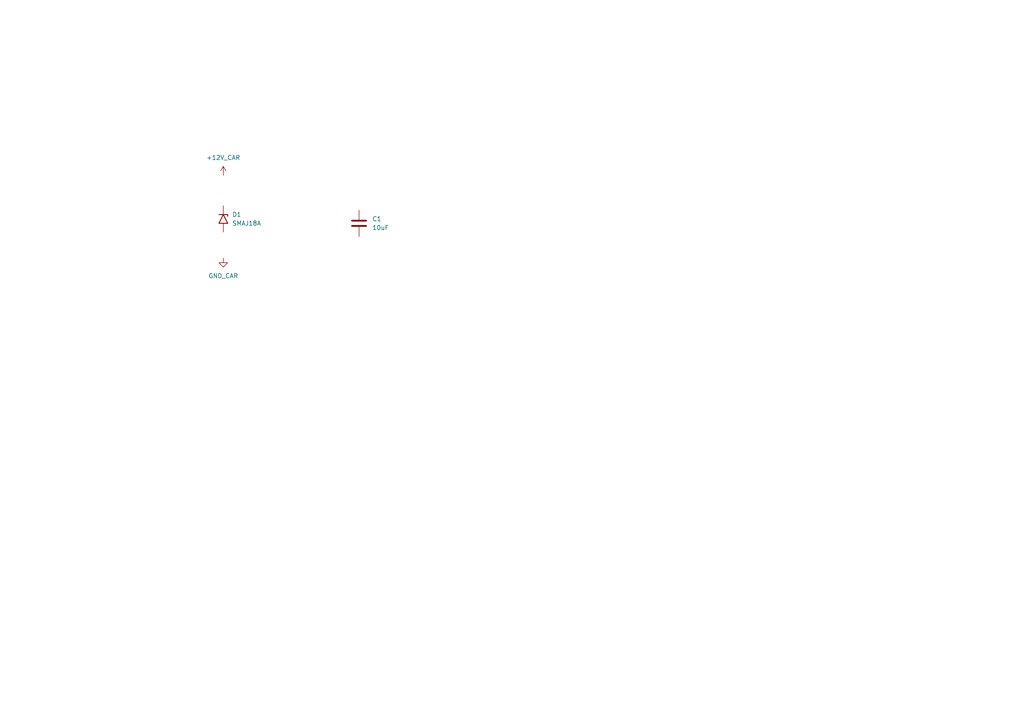
<source format=kicad_sch>
(kicad_sch (version 20231120) (generator "eeschema") (generator_version "8.0")
  (paper "A4")
  (lib_symbols
    (symbol "Device:C" (pin_numbers hide) (pin_names (offset 0.254))
      (property "Reference" "C" (at 0.635 2.54 0))
      (property "Value" "C" (at 0.635 -2.54 0))
      (symbol "C_0_1"
        (polyline (pts (xy -2.032 -0.762) (xy 2.032 -0.762)) (stroke (width 0.508)))
        (polyline (pts (xy -2.032 0.762) (xy 2.032 0.762)) (stroke (width 0.508)))
      )
      (symbol "C_1_1"
        (pin passive line (at 0 3.81 270) (length 2.794) (name "~") (number "1"))
        (pin passive line (at 0 -3.81 90) (length 2.794) (name "~") (number "2"))
      )
    )
    (symbol "Diode:SMAJ18A" (pin_numbers hide) (pin_names (offset 1.016) hide)
      (property "Reference" "D" (at 0 2.54 0))
      (property "Value" "SMAJ18A" (at 0 -2.54 0))
      (symbol "SMAJ18A_0_1"
        (polyline (pts (xy -0.762 1.27) (xy -1.27 1.27) (xy -1.27 -1.27)) (stroke (width 0.254)))
        (polyline (pts (xy 1.27 1.27) (xy 1.27 -1.27) (xy -1.27 0) (xy 1.27 1.27)) (stroke (width 0.254)))
      )
      (symbol "SMAJ18A_1_1"
        (pin passive line (at -3.81 0 0) (length 2.54) (name "A1") (number "1"))
        (pin passive line (at 3.81 0 180) (length 2.54) (name "A2") (number "2"))
      )
    )
    (symbol "power:+12V" (power) (pin_numbers hide) (pin_names (offset 0) hide)
      (property "Value" "+12V" (at 0 3.556 0))
      (symbol "+12V_0_1"
        (polyline (pts (xy -0.762 1.27) (xy 0 2.54)))
        (polyline (pts (xy 0 0) (xy 0 2.54)))
        (polyline (pts (xy 0 2.54) (xy 0.762 1.27)))
      )
      (symbol "+12V_1_1"
        (pin power_in line (at 0 0 90) (length 0) (name "~") (number "1"))
      )
    )
    (symbol "power:GND" (power) (pin_numbers hide) (pin_names (offset 0) hide)
      (property "Value" "GND" (at 0 -3.81 0))
      (symbol "GND_0_1"
        (polyline (pts (xy 0 0) (xy 0 -1.27) (xy 1.27 -1.27) (xy 0 -2.54) (xy -1.27 -1.27) (xy 0 -1.27)))
      )
      (symbol "GND_1_1"
        (pin power_in line (at 0 0 270) (length 0) (name "~") (number "1"))
      )
    )
  )
  (symbol (lib_id "power:GND") (at 64.77 74.93 0) (unit 1)
    (property "Reference" "#PWR02" (effects (hide yes)))
    (property "Value" "GND_CAR" (at 64.77 80.01 0))
    (property "Description" "Power symbol creates a global label with name \"GND\" , ground" (effects (hide yes)))
  )
  (symbol (lib_id "Device:C") (at 104.14 64.77 0) (unit 1)
    (property "Reference" "C1" (at 107.95 63.4999 0) (effects (justify left)))
    (property "Value" "10uF" (at 107.95 66.0399 0) (effects (justify left)))
    (property "Footprint" "Capacitor_SMD:C_1210_3225Metric" (effects (hide yes)))
    (property "Description" "Unpolarized capacitor" (effects (hide yes)))
    (property "Manufacturer" "C3225X7R1H106MT000E" (effects (hide yes)))
  )
  (symbol (lib_id "power:+12V") (at 64.77 50.8 0) (unit 1)
    (property "Reference" "#PWR01" (effects (hide yes)))
    (property "Value" "+12V_CAR" (at 64.77 45.72 0))
    (property "Description" "Power symbol creates a global label with name \"+12V\"" (effects (hide yes)))
  )
  (symbol (lib_id "Diode:SMAJ18A") (at 64.77 63.5 270) (unit 1)
    (property "Reference" "D1" (at 67.31 62.2299 90) (effects (justify left)))
    (property "Value" "SMAJ18A" (at 67.31 64.7699 90) (effects (justify left)))
    (property "Footprint" "Diode_SMD:D_SMA" (effects (hide yes)))
    (property "Datasheet" "https://www.littelfuse.com/media?resourcetype=datasheets&itemid=75e32973-b177-4ee3-a0ff-cedaf1abdb93&filename=smaj-datasheet" (effects (hide yes)))
    (property "Description" "400W unidirectional Transient Voltage Suppressor, 18.0Vr, SMA(DO-214AC)" (effects (hide yes)))
  )
)
</source>
